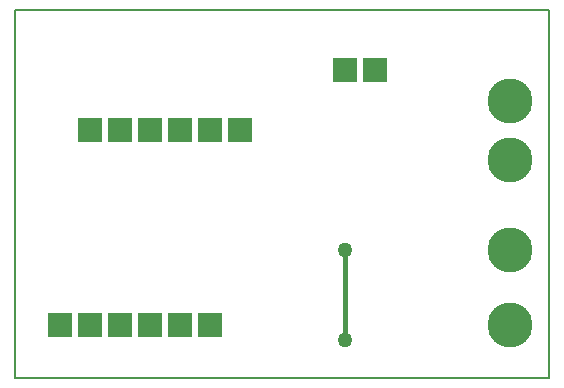
<source format=gbr>
G04 PROTEUS RS274X GERBER FILE*
%FSLAX45Y45*%
%MOMM*%
G01*
%ADD10C,0.381000*%
%ADD11C,1.270000*%
%ADD12R,2.032000X2.032000*%
%ADD13C,3.810000*%
%ADD14C,0.203200*%
D10*
X+1778000Y+6096000D02*
X+1778000Y+5334000D01*
D11*
X+1778000Y+6096000D03*
X+1778000Y+5334000D03*
D12*
X-127000Y+5461000D03*
X+127000Y+5461000D03*
X+381000Y+5461000D03*
X+635000Y+7112000D03*
X-381000Y+5461000D03*
D13*
X+3175000Y+6858000D03*
X+3175000Y+7358000D03*
X+3175000Y+6096000D03*
X+3175000Y+5461000D03*
D12*
X+2032000Y+7620000D03*
X+1778000Y+7620000D03*
X-127000Y+7112000D03*
X+127000Y+7112000D03*
X+381000Y+7112000D03*
X-381000Y+7112000D03*
X-635000Y+5461000D03*
X+889000Y+7112000D03*
X+635000Y+5461000D03*
D14*
X-1016000Y+5019040D02*
X+3512000Y+5019040D01*
X+3512000Y+8128000D01*
X-1016000Y+8128000D01*
X-1016000Y+5019040D01*
M02*

</source>
